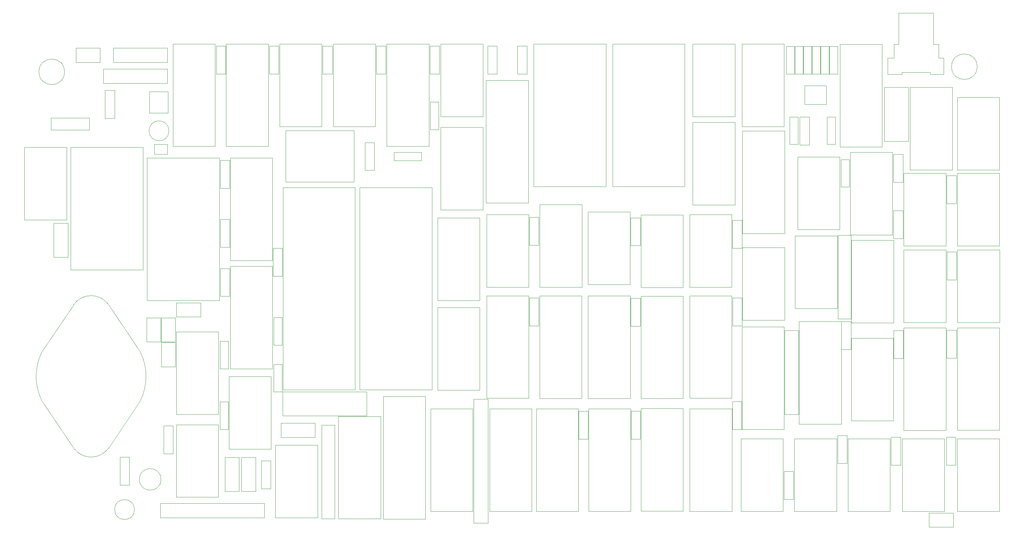
<source format=gbr>
%TF.GenerationSoftware,KiCad,Pcbnew,(6.0.10-0)*%
%TF.CreationDate,2024-01-14T15:11:39-05:00*%
%TF.ProjectId,s100_ColorMagic-1.0-001,73313030-5f43-46f6-9c6f-724d61676963,1.0-001*%
%TF.SameCoordinates,Original*%
%TF.FileFunction,Other,User*%
%FSLAX46Y46*%
G04 Gerber Fmt 4.6, Leading zero omitted, Abs format (unit mm)*
G04 Created by KiCad (PCBNEW (6.0.10-0)) date 2024-01-14 15:11:39*
%MOMM*%
%LPD*%
G01*
G04 APERTURE LIST*
%ADD10C,0.050000*%
G04 APERTURE END LIST*
D10*
%TO.C,U67*%
X198450000Y-94610000D02*
X209150000Y-94610000D01*
X209150000Y-94610000D02*
X209150000Y-76160000D01*
X198450000Y-76160000D02*
X198450000Y-94610000D01*
X209150000Y-76160000D02*
X198450000Y-76160000D01*
%TO.C,U62*%
X198050000Y-143210000D02*
X208750000Y-143210000D01*
X198050000Y-124760000D02*
X198050000Y-143210000D01*
X208750000Y-124760000D02*
X198050000Y-124760000D01*
X208750000Y-143210000D02*
X208750000Y-124760000D01*
%TO.C,U51*%
X78730000Y-127410000D02*
X78730000Y-108960000D01*
X68030000Y-108960000D02*
X68030000Y-127410000D01*
X68030000Y-127410000D02*
X78730000Y-127410000D01*
X78730000Y-108960000D02*
X68030000Y-108960000D01*
%TO.C,U43*%
X185030000Y-88400000D02*
X185030000Y-114450000D01*
X195730000Y-114450000D02*
X195730000Y-88400000D01*
X195730000Y-88400000D02*
X185030000Y-88400000D01*
X185030000Y-114450000D02*
X195730000Y-114450000D01*
%TO.C,U17*%
X185830000Y-44360000D02*
X185830000Y-65360000D01*
X185830000Y-65360000D02*
X196530000Y-65360000D01*
X196530000Y-65360000D02*
X196530000Y-44360000D01*
X196530000Y-44360000D02*
X185830000Y-44360000D01*
%TO.C,C8*%
X104950000Y-56550000D02*
X104950000Y-49450000D01*
X104950000Y-49450000D02*
X102550000Y-49450000D01*
X102550000Y-56550000D02*
X104950000Y-56550000D01*
X102550000Y-49450000D02*
X102550000Y-56550000D01*
%TO.C,C3*%
X91850000Y-24950000D02*
X91850000Y-32050000D01*
X94250000Y-24950000D02*
X91850000Y-24950000D01*
X91850000Y-32050000D02*
X94250000Y-32050000D01*
X94250000Y-32050000D02*
X94250000Y-24950000D01*
%TO.C,U37*%
X79030000Y-80900000D02*
X68330000Y-80900000D01*
X79030000Y-106950000D02*
X79030000Y-80900000D01*
X68330000Y-106950000D02*
X79030000Y-106950000D01*
X68330000Y-80900000D02*
X68330000Y-106950000D01*
%TO.C,U66*%
X263730000Y-143210000D02*
X263730000Y-124760000D01*
X253030000Y-124760000D02*
X253030000Y-143210000D01*
X253030000Y-143210000D02*
X263730000Y-143210000D01*
X263730000Y-124760000D02*
X253030000Y-124760000D01*
%TO.C,R14*%
X79350000Y-112830000D02*
X81450000Y-112830000D01*
X79350000Y-105850000D02*
X79350000Y-112830000D01*
X81450000Y-112830000D02*
X81450000Y-105850000D01*
X81450000Y-105850000D02*
X79350000Y-105850000D01*
%TO.C,U6*%
X121830000Y-42850000D02*
X132530000Y-42850000D01*
X132530000Y-42850000D02*
X132530000Y-24400000D01*
X132530000Y-24400000D02*
X121830000Y-24400000D01*
X121830000Y-24400000D02*
X121830000Y-42850000D01*
%TO.C,Y1*%
X99750000Y-46400000D02*
X82450000Y-46400000D01*
X99750000Y-59500000D02*
X99750000Y-46400000D01*
X82450000Y-46400000D02*
X82450000Y-59500000D01*
X82450000Y-59500000D02*
X99750000Y-59500000D01*
%TO.C,U32*%
X195730000Y-86250000D02*
X195730000Y-67800000D01*
X185030000Y-67800000D02*
X185030000Y-86250000D01*
X185030000Y-86250000D02*
X195730000Y-86250000D01*
X195730000Y-67800000D02*
X185030000Y-67800000D01*
%TO.C,C33*%
X170145000Y-117715000D02*
X170145000Y-124815000D01*
X170145000Y-124815000D02*
X172545000Y-124815000D01*
X172545000Y-117715000D02*
X170145000Y-117715000D01*
X172545000Y-124815000D02*
X172545000Y-117715000D01*
%TO.C,U33*%
X211830000Y-73200000D02*
X211830000Y-91650000D01*
X222530000Y-91650000D02*
X222530000Y-73200000D01*
X222530000Y-73200000D02*
X211830000Y-73200000D01*
X211830000Y-91650000D02*
X222530000Y-91650000D01*
%TO.C,J4*%
X52400000Y-30800000D02*
X36100000Y-30800000D01*
X36100000Y-30800000D02*
X36100000Y-34400000D01*
X36100000Y-34400000D02*
X52400000Y-34400000D01*
X52400000Y-34400000D02*
X52400000Y-30800000D01*
%TO.C,U27*%
X131730000Y-89600000D02*
X131730000Y-68600000D01*
X121030000Y-89600000D02*
X131730000Y-89600000D01*
X131730000Y-68600000D02*
X121030000Y-68600000D01*
X121030000Y-68600000D02*
X121030000Y-89600000D01*
%TO.C,C15*%
X146725000Y-75565000D02*
X146725000Y-68465000D01*
X144325000Y-68465000D02*
X144325000Y-75565000D01*
X146725000Y-68465000D02*
X144325000Y-68465000D01*
X144325000Y-75565000D02*
X146725000Y-75565000D01*
%TO.C,R3*%
X216050000Y-32030000D02*
X216050000Y-25050000D01*
X216050000Y-25050000D02*
X213950000Y-25050000D01*
X213950000Y-32030000D02*
X216050000Y-32030000D01*
X213950000Y-25050000D02*
X213950000Y-32030000D01*
%TO.C,C17*%
X195900000Y-76325000D02*
X198300000Y-76325000D01*
X195900000Y-69225000D02*
X195900000Y-76325000D01*
X198300000Y-76325000D02*
X198300000Y-69225000D01*
X198300000Y-69225000D02*
X195900000Y-69225000D01*
%TO.C,C19*%
X79200000Y-76350000D02*
X79200000Y-83450000D01*
X79200000Y-83450000D02*
X81600000Y-83450000D01*
X81600000Y-83450000D02*
X81600000Y-76350000D01*
X81600000Y-76350000D02*
X79200000Y-76350000D01*
%TO.C,U29*%
X146950000Y-65260000D02*
X146950000Y-86260000D01*
X146950000Y-86260000D02*
X157650000Y-86260000D01*
X157650000Y-86260000D02*
X157650000Y-65260000D01*
X157650000Y-65260000D02*
X146950000Y-65260000D01*
%TO.C,R16*%
X81450000Y-93970000D02*
X79350000Y-93970000D01*
X79350000Y-93970000D02*
X79350000Y-100950000D01*
X79350000Y-100950000D02*
X81450000Y-100950000D01*
X81450000Y-100950000D02*
X81450000Y-93970000D01*
%TO.C,U55*%
X117930000Y-145150000D02*
X117930000Y-114000000D01*
X107230000Y-114000000D02*
X107230000Y-145150000D01*
X117930000Y-114000000D02*
X107230000Y-114000000D01*
X107230000Y-145150000D02*
X117930000Y-145150000D01*
%TO.C,H2*%
X26250000Y-31500000D02*
G75*
G03*
X26250000Y-31500000I-3250000J0D01*
G01*
%TO.C,JP4*%
X50800000Y-94000000D02*
X50800000Y-100150000D01*
X50800000Y-100150000D02*
X54400000Y-100150000D01*
X54400000Y-100150000D02*
X54400000Y-94000000D01*
X54400000Y-94000000D02*
X50800000Y-94000000D01*
%TO.C,R9*%
X210450000Y-42970000D02*
X210450000Y-49950000D01*
X212550000Y-49950000D02*
X212550000Y-42970000D01*
X210450000Y-49950000D02*
X212550000Y-49950000D01*
X212550000Y-42970000D02*
X210450000Y-42970000D01*
%TO.C,U20*%
X225850000Y-51900000D02*
X225850000Y-72900000D01*
X236550000Y-51900000D02*
X225850000Y-51900000D01*
X225850000Y-72900000D02*
X236550000Y-72900000D01*
X236550000Y-72900000D02*
X236550000Y-51900000D01*
%TO.C,U52*%
X65330000Y-121160000D02*
X54630000Y-121160000D01*
X54630000Y-121160000D02*
X54630000Y-139610000D01*
X54630000Y-139610000D02*
X65330000Y-139610000D01*
X65330000Y-139610000D02*
X65330000Y-121160000D01*
%TO.C,U57*%
X144930000Y-117140000D02*
X134230000Y-117140000D01*
X144930000Y-143190000D02*
X144930000Y-117140000D01*
X134230000Y-117140000D02*
X134230000Y-143190000D01*
X134230000Y-143190000D02*
X144930000Y-143190000D01*
%TO.C,C38*%
X222600000Y-123950000D02*
X222600000Y-131050000D01*
X225000000Y-123950000D02*
X222600000Y-123950000D01*
X225000000Y-131050000D02*
X225000000Y-123950000D01*
X222600000Y-131050000D02*
X225000000Y-131050000D01*
%TO.C,J3*%
X52400000Y-29050000D02*
X52400000Y-25450000D01*
X38650000Y-25450000D02*
X38650000Y-29050000D01*
X52400000Y-25450000D02*
X38650000Y-25450000D01*
X38650000Y-29050000D02*
X52400000Y-29050000D01*
%TO.C,JP12*%
X133800000Y-114650000D02*
X130200000Y-114650000D01*
X130200000Y-146200000D02*
X133800000Y-146200000D01*
X130200000Y-114650000D02*
X130200000Y-146200000D01*
X133800000Y-146200000D02*
X133800000Y-114650000D01*
%TO.C,R5*%
X220450000Y-25050000D02*
X218350000Y-25050000D01*
X218350000Y-25050000D02*
X218350000Y-32030000D01*
X220450000Y-32030000D02*
X220450000Y-25050000D01*
X218350000Y-32030000D02*
X220450000Y-32030000D01*
%TO.C,U12*%
X251730000Y-56420000D02*
X251730000Y-35420000D01*
X241030000Y-56420000D02*
X251730000Y-56420000D01*
X251730000Y-35420000D02*
X241030000Y-35420000D01*
X241030000Y-35420000D02*
X241030000Y-56420000D01*
%TO.C,U56*%
X129950000Y-143190000D02*
X129950000Y-117140000D01*
X119250000Y-117140000D02*
X119250000Y-143190000D01*
X119250000Y-143190000D02*
X129950000Y-143190000D01*
X129950000Y-117140000D02*
X119250000Y-117140000D01*
%TO.C,C4*%
X107850000Y-32050000D02*
X107850000Y-24950000D01*
X105450000Y-24950000D02*
X105450000Y-32050000D01*
X105450000Y-32050000D02*
X107850000Y-32050000D01*
X107850000Y-24950000D02*
X105450000Y-24950000D01*
%TO.C,R7*%
X121300000Y-39170000D02*
X119200000Y-39170000D01*
X119200000Y-46150000D02*
X121300000Y-46150000D01*
X121300000Y-46150000D02*
X121300000Y-39170000D01*
X119200000Y-39170000D02*
X119200000Y-46150000D01*
%TO.C,C39*%
X238600000Y-124325000D02*
X236200000Y-124325000D01*
X236200000Y-124325000D02*
X236200000Y-131425000D01*
X238600000Y-131425000D02*
X238600000Y-124325000D01*
X236200000Y-131425000D02*
X238600000Y-131425000D01*
%TO.C,R6*%
X222650000Y-32030000D02*
X222650000Y-25050000D01*
X220550000Y-32030000D02*
X222650000Y-32030000D01*
X220550000Y-25050000D02*
X220550000Y-32030000D01*
X222650000Y-25050000D02*
X220550000Y-25050000D01*
%TO.C,C6*%
X136100000Y-24950000D02*
X133700000Y-24950000D01*
X133700000Y-24950000D02*
X133700000Y-32050000D01*
X133700000Y-32050000D02*
X136100000Y-32050000D01*
X136100000Y-32050000D02*
X136100000Y-24950000D01*
%TO.C,R1*%
X209550000Y-25050000D02*
X209550000Y-32030000D01*
X211650000Y-32030000D02*
X211650000Y-25050000D01*
X209550000Y-32030000D02*
X211650000Y-32030000D01*
X211650000Y-25050000D02*
X209550000Y-25050000D01*
%TO.C,C20*%
X239200000Y-73850000D02*
X239200000Y-66750000D01*
X239200000Y-66750000D02*
X236800000Y-66750000D01*
X236800000Y-73850000D02*
X239200000Y-73850000D01*
X236800000Y-66750000D02*
X236800000Y-73850000D01*
%TO.C,R21*%
X32550000Y-43250000D02*
X22830000Y-43250000D01*
X32550000Y-46250000D02*
X32550000Y-43250000D01*
X22830000Y-43250000D02*
X22830000Y-46250000D01*
X22830000Y-46250000D02*
X32550000Y-46250000D01*
%TO.C,JP401*%
X49100000Y-49950000D02*
X49100000Y-52450000D01*
X52400000Y-52450000D02*
X49100000Y-52450000D01*
X52400000Y-52450000D02*
X52400000Y-49950000D01*
X49100000Y-49950000D02*
X52400000Y-49950000D01*
%TO.C,C1*%
X64770000Y-32050000D02*
X67170000Y-32050000D01*
X64770000Y-24950000D02*
X64770000Y-32050000D01*
X67170000Y-24950000D02*
X64770000Y-24950000D01*
X67170000Y-32050000D02*
X67170000Y-24950000D01*
%TO.C,C5*%
X119050000Y-32050000D02*
X121450000Y-32050000D01*
X121450000Y-24950000D02*
X119050000Y-24950000D01*
X119050000Y-24950000D02*
X119050000Y-32050000D01*
X121450000Y-32050000D02*
X121450000Y-24950000D01*
%TO.C,J2*%
X249550000Y-32150000D02*
X246150000Y-32150000D01*
X238950000Y-31650000D02*
X238950000Y-32150000D01*
X249550000Y-27950000D02*
X249550000Y-32150000D01*
X238100000Y-16550000D02*
X238100000Y-24550000D01*
X246900000Y-24550000D02*
X246900000Y-16550000D01*
X235350000Y-27950000D02*
X236950000Y-27950000D01*
X236950000Y-24550000D02*
X236950000Y-27950000D01*
X248250000Y-27950000D02*
X248250000Y-24550000D01*
X235350000Y-32150000D02*
X238950000Y-32150000D01*
X238100000Y-24550000D02*
X236950000Y-24550000D01*
X246900000Y-16550000D02*
X238100000Y-16550000D01*
X246150000Y-31650000D02*
X238950000Y-31650000D01*
X246150000Y-32150000D02*
X246150000Y-31650000D01*
X248250000Y-27950000D02*
X249550000Y-27950000D01*
X235350000Y-32150000D02*
X235350000Y-27950000D01*
X248250000Y-24550000D02*
X246900000Y-24550000D01*
%TO.C,U61*%
X195750000Y-143180000D02*
X195750000Y-117130000D01*
X195750000Y-117130000D02*
X185050000Y-117130000D01*
X185050000Y-143180000D02*
X195750000Y-143180000D01*
X185050000Y-117130000D02*
X185050000Y-143180000D01*
%TO.C,C11*%
X236800000Y-59550000D02*
X239200000Y-59550000D01*
X236800000Y-52450000D02*
X236800000Y-59550000D01*
X239200000Y-59550000D02*
X239200000Y-52450000D01*
X239200000Y-52450000D02*
X236800000Y-52450000D01*
%TO.C,C24*%
X172475000Y-89000000D02*
X170075000Y-89000000D01*
X170075000Y-96100000D02*
X172475000Y-96100000D01*
X172475000Y-96100000D02*
X172475000Y-89000000D01*
X170075000Y-89000000D02*
X170075000Y-96100000D01*
%TO.C,U46*%
X226080000Y-120150000D02*
X236780000Y-120150000D01*
X236780000Y-99150000D02*
X226080000Y-99150000D01*
X236780000Y-120150000D02*
X236780000Y-99150000D01*
X226080000Y-99150000D02*
X226080000Y-120150000D01*
%TO.C,R17*%
X65750000Y-115370000D02*
X65750000Y-122350000D01*
X65750000Y-122350000D02*
X67850000Y-122350000D01*
X67850000Y-122350000D02*
X67850000Y-115370000D01*
X67850000Y-115370000D02*
X65750000Y-115370000D01*
%TO.C,U1*%
X64500000Y-24400000D02*
X53800000Y-24400000D01*
X64500000Y-50450000D02*
X64500000Y-24400000D01*
X53800000Y-50450000D02*
X64500000Y-50450000D01*
X53800000Y-24400000D02*
X53800000Y-50450000D01*
%TO.C,JP10*%
X50580000Y-141200000D02*
X50580000Y-144800000D01*
X77030000Y-141200000D02*
X50580000Y-141200000D01*
X50580000Y-144800000D02*
X77030000Y-144800000D01*
X77030000Y-144800000D02*
X77030000Y-141200000D01*
%TO.C,JP3*%
X50700000Y-93990000D02*
X47100000Y-93990000D01*
X47100000Y-100140000D02*
X50700000Y-100140000D01*
X47100000Y-93990000D02*
X47100000Y-100140000D01*
X50700000Y-100140000D02*
X50700000Y-93990000D01*
%TO.C,U41*%
X169950000Y-88450000D02*
X159250000Y-88450000D01*
X169950000Y-114500000D02*
X169950000Y-88450000D01*
X159250000Y-114500000D02*
X169950000Y-114500000D01*
X159250000Y-88450000D02*
X159250000Y-114500000D01*
%TO.C,U7*%
X163800000Y-60650000D02*
X163800000Y-24400000D01*
X145450000Y-60650000D02*
X163800000Y-60650000D01*
X163800000Y-24400000D02*
X145450000Y-24400000D01*
X145450000Y-24400000D02*
X145450000Y-60650000D01*
%TO.C,C36*%
X52780000Y-46500000D02*
G75*
G03*
X52780000Y-46500000I-2530000J0D01*
G01*
%TO.C,U8*%
X165450000Y-24400000D02*
X165450000Y-60650000D01*
X183800000Y-60650000D02*
X183800000Y-24400000D01*
X165450000Y-60650000D02*
X183800000Y-60650000D01*
X183800000Y-24400000D02*
X165450000Y-24400000D01*
%TO.C,U19*%
X223150000Y-71600000D02*
X223150000Y-53150000D01*
X223150000Y-53150000D02*
X212450000Y-53150000D01*
X212450000Y-53150000D02*
X212450000Y-71600000D01*
X212450000Y-71600000D02*
X223150000Y-71600000D01*
%TO.C,C18*%
X65800000Y-53950000D02*
X65800000Y-61050000D01*
X65800000Y-61050000D02*
X68200000Y-61050000D01*
X68200000Y-53950000D02*
X65800000Y-53950000D01*
X68200000Y-61050000D02*
X68200000Y-53950000D01*
%TO.C,U34*%
X226130000Y-74270000D02*
X226130000Y-95270000D01*
X226130000Y-95270000D02*
X236830000Y-95270000D01*
X236830000Y-74270000D02*
X226130000Y-74270000D01*
X236830000Y-95270000D02*
X236830000Y-74270000D01*
%TO.C,C21*%
X252800000Y-84350000D02*
X252800000Y-77250000D01*
X252800000Y-77250000D02*
X250400000Y-77250000D01*
X250400000Y-84350000D02*
X252800000Y-84350000D01*
X250400000Y-77250000D02*
X250400000Y-84350000D01*
%TO.C,C7*%
X141300000Y-24950000D02*
X141300000Y-32050000D01*
X141300000Y-32050000D02*
X143700000Y-32050000D01*
X143700000Y-32050000D02*
X143700000Y-24950000D01*
X143700000Y-24950000D02*
X141300000Y-24950000D01*
%TO.C,U4*%
X94500000Y-45400000D02*
X105200000Y-45400000D01*
X105200000Y-45400000D02*
X105200000Y-24400000D01*
X94500000Y-24400000D02*
X94500000Y-45400000D01*
X105200000Y-24400000D02*
X94500000Y-24400000D01*
%TO.C,U2*%
X78000000Y-50450000D02*
X78000000Y-24400000D01*
X67300000Y-24400000D02*
X67300000Y-50450000D01*
X78000000Y-24400000D02*
X67300000Y-24400000D01*
X67300000Y-50450000D02*
X78000000Y-50450000D01*
%TO.C,U15*%
X132530000Y-66600000D02*
X132530000Y-45600000D01*
X121830000Y-66600000D02*
X132530000Y-66600000D01*
X132530000Y-45600000D02*
X121830000Y-45600000D01*
X121830000Y-45600000D02*
X121830000Y-66600000D01*
%TO.C,C10*%
X65800000Y-81450000D02*
X65800000Y-88550000D01*
X68200000Y-81450000D02*
X65800000Y-81450000D01*
X65800000Y-88550000D02*
X68200000Y-88550000D01*
X68200000Y-88550000D02*
X68200000Y-81450000D01*
%TO.C,U38*%
X131730000Y-91400000D02*
X121030000Y-91400000D01*
X121030000Y-91400000D02*
X121030000Y-112400000D01*
X121030000Y-112400000D02*
X131730000Y-112400000D01*
X131730000Y-112400000D02*
X131730000Y-91400000D01*
%TO.C,U5*%
X108100000Y-50450000D02*
X118800000Y-50450000D01*
X108100000Y-24400000D02*
X108100000Y-50450000D01*
X118800000Y-50450000D02*
X118800000Y-24400000D01*
X118800000Y-24400000D02*
X108100000Y-24400000D01*
%TO.C,JP6*%
X81620000Y-112790000D02*
X81620000Y-118940000D01*
X102970000Y-112790000D02*
X81620000Y-112790000D01*
X81620000Y-118940000D02*
X102970000Y-118940000D01*
X102970000Y-118940000D02*
X102970000Y-112790000D01*
%TO.C,C26*%
X226000000Y-102050000D02*
X226000000Y-94950000D01*
X223600000Y-102050000D02*
X226000000Y-102050000D01*
X223600000Y-94950000D02*
X223600000Y-102050000D01*
X226000000Y-94950000D02*
X223600000Y-94950000D01*
%TO.C,U59*%
X170050000Y-117130000D02*
X159350000Y-117130000D01*
X170050000Y-143180000D02*
X170050000Y-117130000D01*
X159350000Y-117130000D02*
X159350000Y-143180000D01*
X159350000Y-143180000D02*
X170050000Y-143180000D01*
%TO.C,R2*%
X213850000Y-25050000D02*
X211750000Y-25050000D01*
X213850000Y-32030000D02*
X213850000Y-25050000D01*
X211750000Y-32030000D02*
X213850000Y-32030000D01*
X211750000Y-25050000D02*
X211750000Y-32030000D01*
%TO.C,U49*%
X47770000Y-41960000D02*
X47770000Y-36500000D01*
X52510000Y-36500000D02*
X52510000Y-41960000D01*
X52510000Y-36500000D02*
X47770000Y-36500000D01*
X47770000Y-41960000D02*
X52510000Y-41960000D01*
%TO.C,JP7*%
X81200000Y-120800000D02*
X81200000Y-124400000D01*
X89850000Y-120800000D02*
X81200000Y-120800000D01*
X89850000Y-124400000D02*
X89850000Y-120800000D01*
X81200000Y-124400000D02*
X89850000Y-124400000D01*
%TO.C,C34*%
X195870000Y-115290000D02*
X195870000Y-122390000D01*
X198270000Y-115290000D02*
X195870000Y-115290000D01*
X198270000Y-122390000D02*
X198270000Y-115290000D01*
X195870000Y-122390000D02*
X198270000Y-122390000D01*
%TO.C,JP2*%
X54660000Y-93800000D02*
X60810000Y-93800000D01*
X60810000Y-93800000D02*
X60810000Y-90200000D01*
X54660000Y-90200000D02*
X54660000Y-93800000D01*
X60810000Y-90200000D02*
X54660000Y-90200000D01*
%TO.C,U54*%
X106530000Y-145090000D02*
X106530000Y-119040000D01*
X106530000Y-119040000D02*
X95830000Y-119040000D01*
X95830000Y-145090000D02*
X106530000Y-145090000D01*
X95830000Y-119040000D02*
X95830000Y-145090000D01*
%TO.C,U65*%
X239030000Y-143210000D02*
X249730000Y-143210000D01*
X249730000Y-143210000D02*
X249730000Y-124760000D01*
X249730000Y-124760000D02*
X239030000Y-124760000D01*
X239030000Y-124760000D02*
X239030000Y-143210000D01*
%TO.C,U58*%
X146050000Y-117140000D02*
X146050000Y-143190000D01*
X156750000Y-117140000D02*
X146050000Y-117140000D01*
X156750000Y-143190000D02*
X156750000Y-117140000D01*
X146050000Y-143190000D02*
X156750000Y-143190000D01*
%TO.C,U47*%
X239430000Y-122650000D02*
X250130000Y-122650000D01*
X250130000Y-122650000D02*
X250130000Y-96600000D01*
X250130000Y-96600000D02*
X239430000Y-96600000D01*
X239430000Y-96600000D02*
X239430000Y-122650000D01*
%TO.C,U42*%
X183355000Y-88500000D02*
X172655000Y-88500000D01*
X183355000Y-114550000D02*
X183355000Y-88500000D01*
X172655000Y-88500000D02*
X172655000Y-114550000D01*
X172655000Y-114550000D02*
X183355000Y-114550000D01*
%TO.C,U39*%
X133450000Y-114450000D02*
X144150000Y-114450000D01*
X144150000Y-114450000D02*
X144150000Y-88400000D01*
X133450000Y-88400000D02*
X133450000Y-114450000D01*
X144150000Y-88400000D02*
X133450000Y-88400000D01*
%TO.C,Q1*%
X219710000Y-39760000D02*
X214250000Y-39760000D01*
X214250000Y-35020000D02*
X219710000Y-35020000D01*
X219710000Y-39760000D02*
X219710000Y-35020000D01*
X214250000Y-35020000D02*
X214250000Y-39760000D01*
%TO.C,U10*%
X198330000Y-45400000D02*
X209030000Y-45400000D01*
X209030000Y-45400000D02*
X209030000Y-24400000D01*
X209030000Y-24400000D02*
X198330000Y-24400000D01*
X198330000Y-24400000D02*
X198330000Y-45400000D01*
%TO.C,JP15*%
X245850000Y-143600000D02*
X245850000Y-147200000D01*
X252000000Y-147200000D02*
X252000000Y-143600000D01*
X252000000Y-143600000D02*
X245850000Y-143600000D01*
X245850000Y-147200000D02*
X252000000Y-147200000D01*
%TO.C,C12*%
X250350000Y-65000000D02*
X252750000Y-65000000D01*
X252750000Y-57900000D02*
X250350000Y-57900000D01*
X252750000Y-65000000D02*
X252750000Y-57900000D01*
X250350000Y-57900000D02*
X250350000Y-65000000D01*
%TO.C,RN2*%
X91550000Y-145050000D02*
X94850000Y-145050000D01*
X94850000Y-145050000D02*
X94850000Y-121300000D01*
X94850000Y-121300000D02*
X91550000Y-121300000D01*
X91550000Y-121300000D02*
X91550000Y-145050000D01*
%TO.C,C37*%
X50750000Y-135083500D02*
G75*
G03*
X50750000Y-135083500I-2750000J0D01*
G01*
%TO.C,C25*%
X195925000Y-88950000D02*
X195925000Y-96050000D01*
X198325000Y-96050000D02*
X198325000Y-88950000D01*
X198325000Y-88950000D02*
X195925000Y-88950000D01*
X195925000Y-96050000D02*
X198325000Y-96050000D01*
%TO.C,RN1*%
X226050000Y-73060000D02*
X222750000Y-73060000D01*
X226050000Y-94260000D02*
X226050000Y-73060000D01*
X222750000Y-73060000D02*
X222750000Y-94260000D01*
X222750000Y-94260000D02*
X226050000Y-94260000D01*
%TO.C,C31*%
X211400000Y-140150000D02*
X211400000Y-133050000D01*
X211400000Y-133050000D02*
X209000000Y-133050000D01*
X209000000Y-140150000D02*
X211400000Y-140150000D01*
X209000000Y-133050000D02*
X209000000Y-140150000D01*
%TO.C,U13*%
X263730000Y-56410000D02*
X263730000Y-37960000D01*
X253030000Y-37960000D02*
X253030000Y-56410000D01*
X263730000Y-37960000D02*
X253030000Y-37960000D01*
X253030000Y-56410000D02*
X263730000Y-56410000D01*
%TO.C,U36*%
X253050000Y-95210000D02*
X263750000Y-95210000D01*
X263750000Y-95210000D02*
X263750000Y-76760000D01*
X263750000Y-76760000D02*
X253050000Y-76760000D01*
X253050000Y-76760000D02*
X253050000Y-95210000D01*
%TO.C,U26*%
X101210000Y-60900000D02*
X101210000Y-112350000D01*
X119560000Y-112350000D02*
X119560000Y-60900000D01*
X119560000Y-60900000D02*
X101210000Y-60900000D01*
X101210000Y-112350000D02*
X119560000Y-112350000D01*
%TO.C,R4*%
X216150000Y-32030000D02*
X218250000Y-32030000D01*
X218250000Y-25050000D02*
X216150000Y-25050000D01*
X218250000Y-32030000D02*
X218250000Y-25050000D01*
X216150000Y-25050000D02*
X216150000Y-32030000D01*
%TO.C,R15*%
X67850000Y-106950000D02*
X67850000Y-99970000D01*
X65750000Y-99970000D02*
X65750000Y-106950000D01*
X65750000Y-106950000D02*
X67850000Y-106950000D01*
X67850000Y-99970000D02*
X65750000Y-99970000D01*
%TO.C,U9*%
X185830000Y-42850000D02*
X196530000Y-42850000D01*
X185830000Y-24400000D02*
X185830000Y-42850000D01*
X196530000Y-24400000D02*
X185830000Y-24400000D01*
X196530000Y-42850000D02*
X196530000Y-24400000D01*
%TO.C,JP9*%
X74800000Y-138170000D02*
X74800000Y-129520000D01*
X74800000Y-129520000D02*
X71200000Y-129520000D01*
X71200000Y-138170000D02*
X74800000Y-138170000D01*
X71200000Y-129520000D02*
X71200000Y-138170000D01*
%TO.C,C40*%
X252600000Y-131425000D02*
X252600000Y-124325000D01*
X250200000Y-124325000D02*
X250200000Y-131425000D01*
X250200000Y-131425000D02*
X252600000Y-131425000D01*
X252600000Y-124325000D02*
X250200000Y-124325000D01*
%TO.C,U30*%
X169900000Y-85525000D02*
X169900000Y-67075000D01*
X159200000Y-85525000D02*
X169900000Y-85525000D01*
X159200000Y-67075000D02*
X159200000Y-85525000D01*
X169900000Y-67075000D02*
X159200000Y-67075000D01*
%TO.C,C9*%
X215400000Y-50050000D02*
X215400000Y-42950000D01*
X215400000Y-42950000D02*
X213000000Y-42950000D01*
X213000000Y-42950000D02*
X213000000Y-50050000D01*
X213000000Y-50050000D02*
X215400000Y-50050000D01*
%TO.C,U69*%
X16080000Y-69100000D02*
X26780000Y-69100000D01*
X26780000Y-69100000D02*
X26780000Y-50650000D01*
X16080000Y-50650000D02*
X16080000Y-69100000D01*
X26780000Y-50650000D02*
X16080000Y-50650000D01*
%TO.C,U31*%
X183355000Y-67875000D02*
X172655000Y-67875000D01*
X183355000Y-86325000D02*
X183355000Y-67875000D01*
X172655000Y-67875000D02*
X172655000Y-86325000D01*
X172655000Y-86325000D02*
X183355000Y-86325000D01*
%TO.C,JP5*%
X50800000Y-106450000D02*
X54400000Y-106450000D01*
X54400000Y-106450000D02*
X54400000Y-100300000D01*
X54400000Y-100300000D02*
X50800000Y-100300000D01*
X50800000Y-100300000D02*
X50800000Y-106450000D01*
%TO.C,C13*%
X44030000Y-142750000D02*
G75*
G03*
X44030000Y-142750000I-2530000J0D01*
G01*
%TO.C,U60*%
X183375000Y-117090000D02*
X172675000Y-117090000D01*
X183375000Y-143140000D02*
X183375000Y-117090000D01*
X172675000Y-117090000D02*
X172675000Y-143140000D01*
X172675000Y-143140000D02*
X183375000Y-143140000D01*
%TO.C,C28*%
X250350000Y-97175000D02*
X250350000Y-104275000D01*
X250350000Y-104275000D02*
X252750000Y-104275000D01*
X252750000Y-104275000D02*
X252750000Y-97175000D01*
X252750000Y-97175000D02*
X250350000Y-97175000D01*
%TO.C,JP1*%
X209150000Y-97200000D02*
X209150000Y-118550000D01*
X212750000Y-97200000D02*
X209150000Y-97200000D01*
X209150000Y-118550000D02*
X212750000Y-118550000D01*
X212750000Y-118550000D02*
X212750000Y-97200000D01*
%TO.C,U16*%
X133330000Y-64810000D02*
X144030000Y-64810000D01*
X144030000Y-33660000D02*
X133330000Y-33660000D01*
X144030000Y-64810000D02*
X144030000Y-33660000D01*
X133330000Y-33660000D02*
X133330000Y-64810000D01*
%TO.C,U40*%
X146900000Y-114475000D02*
X157600000Y-114475000D01*
X157600000Y-114475000D02*
X157600000Y-88425000D01*
X157600000Y-88425000D02*
X146900000Y-88425000D01*
X146900000Y-88425000D02*
X146900000Y-114475000D01*
%TO.C,JP13*%
X23500000Y-69950000D02*
X23500000Y-78600000D01*
X27100000Y-78600000D02*
X27100000Y-69950000D01*
X23500000Y-78600000D02*
X27100000Y-78600000D01*
X27100000Y-69950000D02*
X23500000Y-69950000D01*
%TO.C,U24*%
X68330000Y-79450000D02*
X79030000Y-79450000D01*
X79030000Y-53400000D02*
X68330000Y-53400000D01*
X68330000Y-53400000D02*
X68330000Y-79450000D01*
X79030000Y-79450000D02*
X79030000Y-53400000D01*
%TO.C,U50*%
X65330000Y-97600000D02*
X54630000Y-97600000D01*
X54630000Y-118600000D02*
X65330000Y-118600000D01*
X65330000Y-118600000D02*
X65330000Y-97600000D01*
X54630000Y-97600000D02*
X54630000Y-118600000D01*
%TO.C,U14*%
X45450000Y-102600000D02*
X37450000Y-90700000D01*
X45450000Y-115200000D02*
X37450000Y-127100000D01*
X20550000Y-102600000D02*
X28550000Y-90700000D01*
X20550000Y-115200000D02*
X28550000Y-127100000D01*
X28550000Y-127100000D02*
G75*
G03*
X37450000Y-127100000I4450000J3100008D01*
G01*
X37450000Y-90700000D02*
G75*
G03*
X28550000Y-90700000I-4450000J-3100010D01*
G01*
X45450000Y-115200000D02*
G75*
G03*
X45450000Y-102600000I-12450023J6300000D01*
G01*
X20550000Y-102600000D02*
G75*
G03*
X20550000Y-115200000I12450004J-6300000D01*
G01*
%TO.C,C30*%
X78600000Y-137450000D02*
X78600000Y-130350000D01*
X76200000Y-130350000D02*
X76200000Y-137450000D01*
X78600000Y-130350000D02*
X76200000Y-130350000D01*
X76200000Y-137450000D02*
X78600000Y-137450000D01*
%TO.C,U28*%
X144150000Y-67800000D02*
X133450000Y-67800000D01*
X133450000Y-67800000D02*
X133450000Y-86250000D01*
X133450000Y-86250000D02*
X144150000Y-86250000D01*
X144150000Y-86250000D02*
X144150000Y-67800000D01*
%TO.C,C29*%
X51400000Y-121450000D02*
X51400000Y-128550000D01*
X53800000Y-128550000D02*
X53800000Y-121450000D01*
X51400000Y-128550000D02*
X53800000Y-128550000D01*
X53800000Y-121450000D02*
X51400000Y-121450000D01*
%TO.C,U25*%
X100060000Y-60900000D02*
X81710000Y-60900000D01*
X81710000Y-112350000D02*
X100060000Y-112350000D01*
X100060000Y-112350000D02*
X100060000Y-60900000D01*
X81710000Y-60900000D02*
X81710000Y-112350000D01*
%TO.C,U48*%
X263730000Y-122590000D02*
X263730000Y-96540000D01*
X253030000Y-96540000D02*
X253030000Y-122590000D01*
X253030000Y-122590000D02*
X263730000Y-122590000D01*
X263730000Y-96540000D02*
X253030000Y-96540000D01*
%TO.C,U44*%
X209030000Y-122390000D02*
X209030000Y-96340000D01*
X198330000Y-122390000D02*
X209030000Y-122390000D01*
X198330000Y-96340000D02*
X198330000Y-122390000D01*
X209030000Y-96340000D02*
X198330000Y-96340000D01*
%TO.C,R10*%
X223450000Y-60780000D02*
X225550000Y-60780000D01*
X225550000Y-53800000D02*
X223450000Y-53800000D01*
X225550000Y-60780000D02*
X225550000Y-53800000D01*
X223450000Y-53800000D02*
X223450000Y-60780000D01*
%TO.C,U23*%
X47210000Y-53400000D02*
X47210000Y-89650000D01*
X65560000Y-53400000D02*
X47210000Y-53400000D01*
X47210000Y-89650000D02*
X65560000Y-89650000D01*
X65560000Y-89650000D02*
X65560000Y-53400000D01*
%TO.C,C35*%
X36550000Y-43300000D02*
X38950000Y-43300000D01*
X36550000Y-36200000D02*
X36550000Y-43300000D01*
X38950000Y-43300000D02*
X38950000Y-36200000D01*
X38950000Y-36200000D02*
X36550000Y-36200000D01*
%TO.C,U68*%
X46160000Y-50710000D02*
X27810000Y-50710000D01*
X46160000Y-81860000D02*
X46160000Y-50710000D01*
X27810000Y-50710000D02*
X27810000Y-81860000D01*
X27810000Y-81860000D02*
X46160000Y-81860000D01*
%TO.C,U35*%
X250130000Y-76760000D02*
X239430000Y-76760000D01*
X239430000Y-95210000D02*
X250130000Y-95210000D01*
X239430000Y-76760000D02*
X239430000Y-95210000D01*
X250130000Y-95210000D02*
X250130000Y-76760000D01*
%TO.C,U22*%
X253030000Y-57260000D02*
X253030000Y-75710000D01*
X263730000Y-75710000D02*
X263730000Y-57260000D01*
X253030000Y-75710000D02*
X263730000Y-75710000D01*
X263730000Y-57260000D02*
X253030000Y-57260000D01*
%TO.C,U53*%
X79830000Y-126400000D02*
X79830000Y-144850000D01*
X90530000Y-126400000D02*
X79830000Y-126400000D01*
X90530000Y-144850000D02*
X90530000Y-126400000D01*
X79830000Y-144850000D02*
X90530000Y-144850000D01*
%TO.C,C27*%
X236875000Y-104350000D02*
X239275000Y-104350000D01*
X239275000Y-104350000D02*
X239275000Y-97250000D01*
X236875000Y-97250000D02*
X236875000Y-104350000D01*
X239275000Y-97250000D02*
X236875000Y-97250000D01*
%TO.C,U63*%
X211650000Y-124760000D02*
X211650000Y-143210000D01*
X222350000Y-124760000D02*
X211650000Y-124760000D01*
X222350000Y-143210000D02*
X222350000Y-124760000D01*
X211650000Y-143210000D02*
X222350000Y-143210000D01*
%TO.C,U21*%
X250130000Y-75750000D02*
X250130000Y-57300000D01*
X250130000Y-57300000D02*
X239430000Y-57300000D01*
X239430000Y-57300000D02*
X239430000Y-75750000D01*
X239430000Y-75750000D02*
X250130000Y-75750000D01*
%TO.C,C14*%
X68200000Y-76050000D02*
X68200000Y-68950000D01*
X68200000Y-68950000D02*
X65800000Y-68950000D01*
X65800000Y-76050000D02*
X68200000Y-76050000D01*
X65800000Y-68950000D02*
X65800000Y-76050000D01*
%TO.C,U3*%
X80900000Y-45400000D02*
X91600000Y-45400000D01*
X80900000Y-24400000D02*
X80900000Y-45400000D01*
X91600000Y-24400000D02*
X80900000Y-24400000D01*
X91600000Y-45400000D02*
X91600000Y-24400000D01*
%TO.C,J1*%
X240610000Y-35400000D02*
X234460000Y-35400000D01*
X240610000Y-49150000D02*
X240610000Y-35400000D01*
X234460000Y-35400000D02*
X234460000Y-49150000D01*
X234460000Y-49150000D02*
X240610000Y-49150000D01*
%TO.C,C22*%
X40300000Y-129450000D02*
X40300000Y-136550000D01*
X40300000Y-136550000D02*
X42700000Y-136550000D01*
X42700000Y-129450000D02*
X40300000Y-129450000D01*
X42700000Y-136550000D02*
X42700000Y-129450000D01*
%TO.C,JP8*%
X70600000Y-129520000D02*
X67000000Y-129520000D01*
X70600000Y-138170000D02*
X70600000Y-129520000D01*
X67000000Y-129520000D02*
X67000000Y-138170000D01*
X67000000Y-138170000D02*
X70600000Y-138170000D01*
%TO.C,R8*%
X116880000Y-54050000D02*
X116880000Y-51950000D01*
X116880000Y-51950000D02*
X109900000Y-51950000D01*
X109900000Y-54050000D02*
X116880000Y-54050000D01*
X109900000Y-51950000D02*
X109900000Y-54050000D01*
%TO.C,R11*%
X219950000Y-49950000D02*
X222050000Y-49950000D01*
X222050000Y-49950000D02*
X222050000Y-42970000D01*
X219950000Y-42970000D02*
X219950000Y-49950000D01*
X222050000Y-42970000D02*
X219950000Y-42970000D01*
%TO.C,H1*%
X258050000Y-30200000D02*
G75*
G03*
X258050000Y-30200000I-3250000J0D01*
G01*
%TO.C,C32*%
X159220000Y-117740000D02*
X156820000Y-117740000D01*
X159220000Y-124840000D02*
X159220000Y-117740000D01*
X156820000Y-117740000D02*
X156820000Y-124840000D01*
X156820000Y-124840000D02*
X159220000Y-124840000D01*
%TO.C,C23*%
X146725000Y-96050000D02*
X146725000Y-88950000D01*
X144325000Y-96050000D02*
X146725000Y-96050000D01*
X144325000Y-88950000D02*
X144325000Y-96050000D01*
X146725000Y-88950000D02*
X144325000Y-88950000D01*
%TO.C,U64*%
X225230000Y-143210000D02*
X235930000Y-143210000D01*
X225230000Y-124760000D02*
X225230000Y-143210000D01*
X235930000Y-143210000D02*
X235930000Y-124760000D01*
X235930000Y-124760000D02*
X225230000Y-124760000D01*
%TO.C,C16*%
X170075000Y-68590000D02*
X170075000Y-75690000D01*
X172475000Y-75690000D02*
X172475000Y-68590000D01*
X172475000Y-68590000D02*
X170075000Y-68590000D01*
X170075000Y-75690000D02*
X172475000Y-75690000D01*
%TO.C,U45*%
X223530000Y-94940000D02*
X212830000Y-94940000D01*
X223530000Y-120990000D02*
X223530000Y-94940000D01*
X212830000Y-94940000D02*
X212830000Y-120990000D01*
X212830000Y-120990000D02*
X223530000Y-120990000D01*
%TO.C,C2*%
X80650000Y-24950000D02*
X78250000Y-24950000D01*
X78250000Y-32050000D02*
X80650000Y-32050000D01*
X78250000Y-24950000D02*
X78250000Y-32050000D01*
X80650000Y-32050000D02*
X80650000Y-24950000D01*
%TO.C,U11*%
X223230000Y-50590000D02*
X233930000Y-50590000D01*
X233930000Y-24540000D02*
X223230000Y-24540000D01*
X233930000Y-50590000D02*
X233930000Y-24540000D01*
X223230000Y-24540000D02*
X223230000Y-50590000D01*
%TO.C,U18*%
X209130000Y-46540000D02*
X198430000Y-46540000D01*
X209130000Y-72590000D02*
X209130000Y-46540000D01*
X198430000Y-72590000D02*
X209130000Y-72590000D01*
X198430000Y-46540000D02*
X198430000Y-72590000D01*
%TO.C,JP14*%
X29150000Y-25450000D02*
X29150000Y-29050000D01*
X35300000Y-25450000D02*
X29150000Y-25450000D01*
X29150000Y-29050000D02*
X35300000Y-29050000D01*
X35300000Y-29050000D02*
X35300000Y-25450000D01*
%TD*%
M02*

</source>
